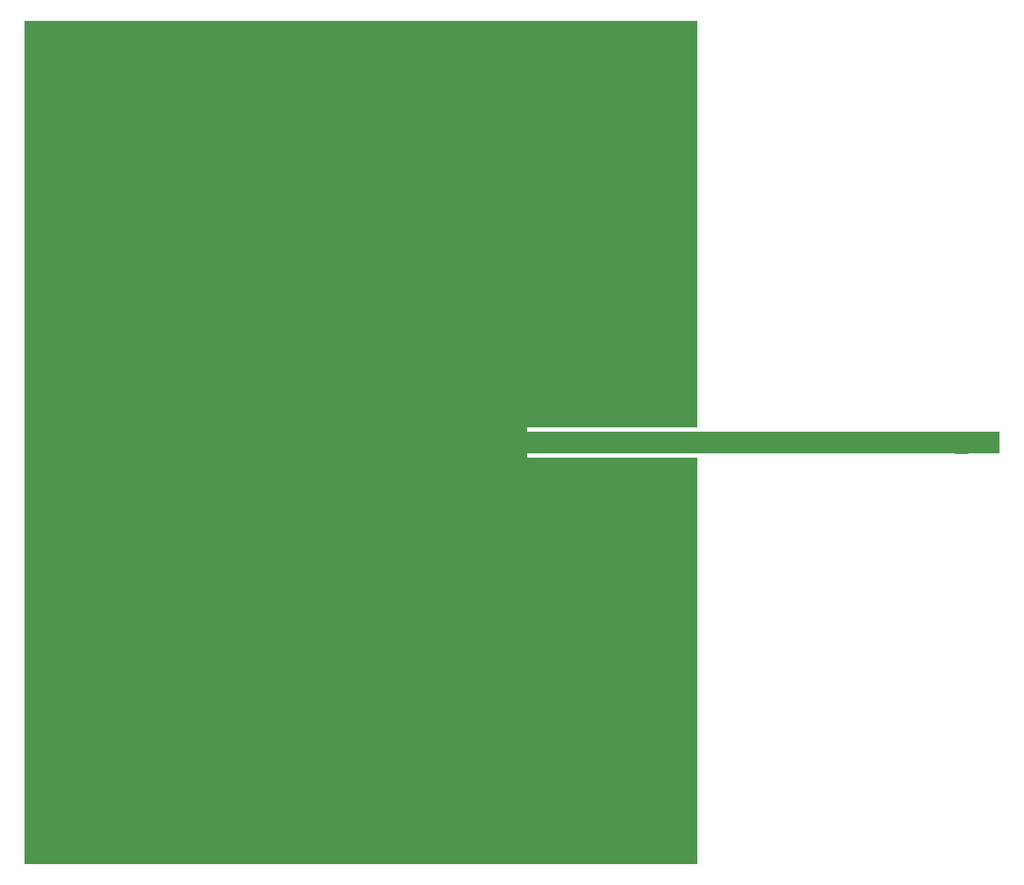
<source format=gbr>
%TF.GenerationSoftware,Altium Limited,Altium Designer,19.0.15 (446)*%
G04 Layer_Physical_Order=1*
G04 Layer_Color=255*
%FSLAX45Y45*%
%MOMM*%
%TF.FileFunction,Copper,L1,Top,Signal*%
%TF.Part,Single*%
G01*
G75*
%TA.AperFunction,Conductor*%
%ADD10C,2.60000*%
%TA.AperFunction,ViaPad*%
%ADD11C,2.00000*%
G36*
X11450004Y7680000D02*
X9449994Y7679999D01*
X9449995Y7630000D01*
X14999988Y7630000D01*
X14999989Y7370000D01*
X9450000D01*
X9450000Y7320000D01*
X11450000Y7319999D01*
X11449999Y2549999D01*
X3550000Y2549999D01*
X3550000Y12449999D01*
X11450009Y12450003D01*
X11450004Y7680000D01*
D02*
G37*
%LPC*%
G36*
X14612700Y7624810D02*
Y7512700D01*
X14724809D01*
X14722173Y7532736D01*
X14709537Y7563241D01*
X14689436Y7589436D01*
X14663242Y7609537D01*
X14632736Y7622172D01*
X14612700Y7624810D01*
D02*
G37*
G36*
X14587300D02*
X14567264Y7622172D01*
X14536758Y7609537D01*
X14510564Y7589436D01*
X14490463Y7563241D01*
X14477827Y7532736D01*
X14475191Y7512700D01*
X14587300D01*
Y7624810D01*
D02*
G37*
G36*
X14724809Y7487300D02*
X14612700D01*
Y7375190D01*
X14632736Y7377828D01*
X14663242Y7390463D01*
X14689436Y7410564D01*
X14709537Y7436759D01*
X14722173Y7467264D01*
X14724809Y7487300D01*
D02*
G37*
G36*
X14587300D02*
X14475191D01*
X14477827Y7467264D01*
X14490463Y7436759D01*
X14510564Y7410564D01*
X14536758Y7390463D01*
X14567264Y7377828D01*
X14587300Y7375190D01*
Y7487300D01*
D02*
G37*
%LPD*%
D10*
X14500000Y7500000D02*
X14600000D01*
D11*
D03*
%TF.MD5,246dcb1384febaf74b5c713becb52e97*%
M02*

</source>
